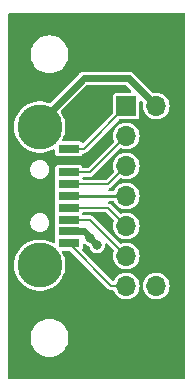
<source format=gtl>
G04 #@! TF.GenerationSoftware,KiCad,Pcbnew,7.0.0-da2b9df05c~163~ubuntu22.04.1*
G04 #@! TF.CreationDate,2023-03-12T19:04:27+00:00*
G04 #@! TF.ProjectId,simpleadapter14m,73696d70-6c65-4616-9461-707465723134,rev?*
G04 #@! TF.SameCoordinates,Original*
G04 #@! TF.FileFunction,Copper,L1,Top*
G04 #@! TF.FilePolarity,Positive*
%FSLAX46Y46*%
G04 Gerber Fmt 4.6, Leading zero omitted, Abs format (unit mm)*
G04 Created by KiCad (PCBNEW 7.0.0-da2b9df05c~163~ubuntu22.04.1) date 2023-03-12 19:04:27*
%MOMM*%
%LPD*%
G01*
G04 APERTURE LIST*
G04 #@! TA.AperFunction,SMDPad,CuDef*
%ADD10R,1.800000X0.700000*%
G04 #@! TD*
G04 #@! TA.AperFunction,ComponentPad*
%ADD11C,3.800000*%
G04 #@! TD*
G04 #@! TA.AperFunction,ComponentPad*
%ADD12R,1.700000X1.700000*%
G04 #@! TD*
G04 #@! TA.AperFunction,ComponentPad*
%ADD13O,1.700000X1.700000*%
G04 #@! TD*
G04 #@! TA.AperFunction,ViaPad*
%ADD14C,0.800000*%
G04 #@! TD*
G04 #@! TA.AperFunction,Conductor*
%ADD15C,0.600000*%
G04 #@! TD*
G04 #@! TA.AperFunction,Conductor*
%ADD16C,0.200000*%
G04 #@! TD*
G04 #@! TA.AperFunction,Conductor*
%ADD17C,0.250000*%
G04 #@! TD*
G04 APERTURE END LIST*
D10*
X151626999Y-97599999D03*
X151626999Y-95599999D03*
X151626999Y-93599999D03*
X151626999Y-91599999D03*
X151626999Y-90599999D03*
X151626999Y-92599999D03*
X151626999Y-94599999D03*
X151626999Y-96599999D03*
X151626999Y-98599999D03*
D11*
X149177000Y-88750000D03*
X149177000Y-100450000D03*
D12*
X156499999Y-86979999D03*
D13*
X159039999Y-86979999D03*
X156499999Y-89519999D03*
X159039999Y-89519999D03*
X156499999Y-92059999D03*
X159039999Y-92059999D03*
X156499999Y-94599999D03*
X159039999Y-94599999D03*
X156499999Y-97139999D03*
X159039999Y-97139999D03*
X156499999Y-99679999D03*
X159039999Y-99679999D03*
X156499999Y-102219999D03*
X159039999Y-102219999D03*
D14*
X153400000Y-98140000D03*
X154050000Y-98750002D03*
X154110000Y-87760000D03*
X153800000Y-90920000D03*
X154600000Y-90140000D03*
X154100000Y-86750000D03*
D15*
X153400000Y-98140000D02*
X153439998Y-98140000D01*
X153400000Y-98100000D02*
X153400000Y-98140000D01*
X152900000Y-97600000D02*
X153400000Y-98100000D01*
X151627000Y-97600000D02*
X152900000Y-97600000D01*
X153439998Y-98140000D02*
X154050000Y-98750002D01*
D16*
X151627000Y-95600000D02*
X154960000Y-95600000D01*
X154960000Y-95600000D02*
X156500000Y-97140000D01*
X151627000Y-93600000D02*
X154960000Y-93600000D01*
X154960000Y-93600000D02*
X156500000Y-92060000D01*
X151627000Y-90600000D02*
X152880000Y-90600000D01*
X152880000Y-90600000D02*
X156500000Y-86980000D01*
X151627000Y-92600000D02*
X153420000Y-92600000D01*
X153420000Y-92600000D02*
X156500000Y-89520000D01*
D17*
X151627000Y-94600000D02*
X156500000Y-94600000D01*
D16*
X153420000Y-96600000D02*
X156500000Y-99680000D01*
X151627000Y-96600000D02*
X153420000Y-96600000D01*
X155247000Y-102220000D02*
X156500000Y-102220000D01*
X151627000Y-98600000D02*
X155247000Y-102220000D01*
D15*
X149177000Y-88384000D02*
X152931000Y-84630000D01*
X152931000Y-84630000D02*
X156690000Y-84630000D01*
X156690000Y-84630000D02*
X159040000Y-86980000D01*
G04 #@! TA.AperFunction,Conductor*
G36*
X156449782Y-85209939D02*
G01*
X156490010Y-85236819D01*
X156901010Y-85647819D01*
X156931260Y-85697182D01*
X156935802Y-85754898D01*
X156913647Y-85808385D01*
X156869624Y-85845985D01*
X156813329Y-85859500D01*
X155623360Y-85859500D01*
X155617385Y-85860688D01*
X155617379Y-85860689D01*
X155556434Y-85872812D01*
X155556432Y-85872812D01*
X155544456Y-85875195D01*
X155534305Y-85881977D01*
X155534302Y-85881979D01*
X155465134Y-85928196D01*
X155465131Y-85928198D01*
X155454981Y-85934981D01*
X155448198Y-85945131D01*
X155448196Y-85945134D01*
X155401979Y-86014302D01*
X155401977Y-86014305D01*
X155395195Y-86024456D01*
X155392812Y-86036432D01*
X155392812Y-86036434D01*
X155380689Y-86097379D01*
X155380688Y-86097385D01*
X155379500Y-86103360D01*
X155379500Y-86109456D01*
X155379500Y-87525171D01*
X155370061Y-87572624D01*
X155343181Y-87612852D01*
X152897532Y-90058501D01*
X152841945Y-90090595D01*
X152777757Y-90090595D01*
X152725753Y-90060569D01*
X152722019Y-90054981D01*
X152683938Y-90029536D01*
X152642697Y-90001979D01*
X152642696Y-90001978D01*
X152632544Y-89995195D01*
X152620566Y-89992812D01*
X152620565Y-89992812D01*
X152559620Y-89980689D01*
X152559615Y-89980688D01*
X152553640Y-89979500D01*
X152547544Y-89979500D01*
X151188407Y-89979500D01*
X151127633Y-89963586D01*
X151082459Y-89919928D01*
X151064479Y-89859734D01*
X151078309Y-89798452D01*
X151118407Y-89721065D01*
X151172459Y-89616750D01*
X151271896Y-89336962D01*
X151332309Y-89046240D01*
X151352572Y-88750000D01*
X151332309Y-88453760D01*
X151271896Y-88163038D01*
X151172459Y-87883250D01*
X151035851Y-87619608D01*
X150977056Y-87536314D01*
X150955716Y-87483090D01*
X150960606Y-87425953D01*
X150990678Y-87377129D01*
X153130989Y-85236819D01*
X153171218Y-85209939D01*
X153218671Y-85200500D01*
X156402329Y-85200500D01*
X156449782Y-85209939D01*
G37*
G04 #@! TD.AperFunction*
G04 #@! TA.AperFunction,Conductor*
G36*
X161437500Y-79117113D02*
G01*
X161482887Y-79162500D01*
X161499500Y-79224500D01*
X161499500Y-109975500D01*
X161482887Y-110037500D01*
X161437500Y-110082887D01*
X161375500Y-110099500D01*
X146624500Y-110099500D01*
X146562500Y-110082887D01*
X146517113Y-110037500D01*
X146500500Y-109975500D01*
X146500500Y-106600000D01*
X148394551Y-106600000D01*
X148414317Y-106851148D01*
X148415452Y-106855877D01*
X148415453Y-106855881D01*
X148471989Y-107091374D01*
X148471991Y-107091382D01*
X148473127Y-107096111D01*
X148569534Y-107328859D01*
X148572081Y-107333016D01*
X148572082Y-107333017D01*
X148698617Y-107539504D01*
X148698622Y-107539511D01*
X148701164Y-107543659D01*
X148704324Y-107547358D01*
X148704327Y-107547363D01*
X148861615Y-107731523D01*
X148864776Y-107735224D01*
X149056341Y-107898836D01*
X149060491Y-107901379D01*
X149060495Y-107901382D01*
X149172300Y-107969896D01*
X149271141Y-108030466D01*
X149503889Y-108126873D01*
X149748852Y-108185683D01*
X149937118Y-108200500D01*
X150060437Y-108200500D01*
X150062882Y-108200500D01*
X150251148Y-108185683D01*
X150496111Y-108126873D01*
X150728859Y-108030466D01*
X150943659Y-107898836D01*
X151135224Y-107735224D01*
X151298836Y-107543659D01*
X151430466Y-107328859D01*
X151526873Y-107096111D01*
X151585683Y-106851148D01*
X151605449Y-106600000D01*
X151585683Y-106348852D01*
X151526873Y-106103889D01*
X151430466Y-105871141D01*
X151298836Y-105656341D01*
X151135224Y-105464776D01*
X151131523Y-105461615D01*
X150947363Y-105304327D01*
X150947358Y-105304324D01*
X150943659Y-105301164D01*
X150939511Y-105298622D01*
X150939504Y-105298617D01*
X150733017Y-105172082D01*
X150733016Y-105172081D01*
X150728859Y-105169534D01*
X150496111Y-105073127D01*
X150491382Y-105071991D01*
X150491374Y-105071989D01*
X150255881Y-105015453D01*
X150255877Y-105015452D01*
X150251148Y-105014317D01*
X150246295Y-105013935D01*
X150065316Y-104999691D01*
X150065301Y-104999690D01*
X150062882Y-104999500D01*
X149937118Y-104999500D01*
X149934699Y-104999690D01*
X149934683Y-104999691D01*
X149753704Y-105013935D01*
X149753702Y-105013935D01*
X149748852Y-105014317D01*
X149744124Y-105015451D01*
X149744118Y-105015453D01*
X149508625Y-105071989D01*
X149508613Y-105071992D01*
X149503889Y-105073127D01*
X149499392Y-105074989D01*
X149499388Y-105074991D01*
X149275645Y-105167668D01*
X149275640Y-105167670D01*
X149271141Y-105169534D01*
X149266988Y-105172078D01*
X149266982Y-105172082D01*
X149060495Y-105298617D01*
X149060482Y-105298626D01*
X149056341Y-105301164D01*
X149052646Y-105304319D01*
X149052636Y-105304327D01*
X148868476Y-105461615D01*
X148868469Y-105461621D01*
X148864776Y-105464776D01*
X148861621Y-105468469D01*
X148861615Y-105468476D01*
X148704327Y-105652636D01*
X148704319Y-105652646D01*
X148701164Y-105656341D01*
X148698626Y-105660482D01*
X148698617Y-105660495D01*
X148572082Y-105866982D01*
X148572078Y-105866988D01*
X148569534Y-105871141D01*
X148473127Y-106103889D01*
X148471992Y-106108613D01*
X148471989Y-106108625D01*
X148415453Y-106344118D01*
X148415451Y-106344124D01*
X148414317Y-106348852D01*
X148394551Y-106600000D01*
X146500500Y-106600000D01*
X146500500Y-100450000D01*
X147001428Y-100450000D01*
X147001717Y-100454225D01*
X147017802Y-100689396D01*
X147021691Y-100746240D01*
X147022552Y-100750387D01*
X147022554Y-100750396D01*
X147032966Y-100800500D01*
X147082104Y-101036962D01*
X147083522Y-101040953D01*
X147083525Y-101040962D01*
X147180120Y-101312753D01*
X147181541Y-101316750D01*
X147183488Y-101320508D01*
X147183490Y-101320512D01*
X147254744Y-101458026D01*
X147318149Y-101580392D01*
X147320595Y-101583857D01*
X147486939Y-101819514D01*
X147486943Y-101819519D01*
X147489384Y-101822977D01*
X147692056Y-102039986D01*
X147922390Y-102227377D01*
X148176095Y-102381658D01*
X148323567Y-102445714D01*
X148444519Y-102498251D01*
X148448445Y-102499956D01*
X148640498Y-102553767D01*
X148730287Y-102578925D01*
X148730289Y-102578925D01*
X148734367Y-102580068D01*
X149028534Y-102620500D01*
X149321229Y-102620500D01*
X149325466Y-102620500D01*
X149619633Y-102580068D01*
X149905555Y-102499956D01*
X150177905Y-102381658D01*
X150431610Y-102227377D01*
X150661944Y-102039986D01*
X150864616Y-101822977D01*
X151035851Y-101580392D01*
X151172459Y-101316750D01*
X151271896Y-101036962D01*
X151332309Y-100746240D01*
X151352572Y-100450000D01*
X151332309Y-100153760D01*
X151271896Y-99863038D01*
X151172459Y-99583250D01*
X151078309Y-99401548D01*
X151064479Y-99340266D01*
X151082459Y-99280072D01*
X151127633Y-99236414D01*
X151188407Y-99220500D01*
X151672172Y-99220500D01*
X151719625Y-99229939D01*
X151759853Y-99256819D01*
X154948748Y-102445714D01*
X154964873Y-102465570D01*
X154965022Y-102465798D01*
X154965025Y-102465801D01*
X154970645Y-102474403D01*
X154995226Y-102493535D01*
X154999208Y-102496769D01*
X155003097Y-102500063D01*
X155006726Y-102503692D01*
X155023409Y-102515604D01*
X155027477Y-102518637D01*
X155068223Y-102550351D01*
X155075643Y-102552898D01*
X155082028Y-102557457D01*
X155131525Y-102572192D01*
X155136324Y-102573730D01*
X155185174Y-102590500D01*
X155193020Y-102590500D01*
X155200538Y-102592738D01*
X155252084Y-102590605D01*
X155257208Y-102590500D01*
X155355983Y-102590500D01*
X155421260Y-102609073D01*
X155466983Y-102659228D01*
X155540696Y-102807264D01*
X155540698Y-102807268D01*
X155543251Y-102812394D01*
X155546701Y-102816962D01*
X155546705Y-102816969D01*
X155650389Y-102954269D01*
X155668393Y-102978110D01*
X155672627Y-102981970D01*
X155672630Y-102981973D01*
X155762054Y-103063493D01*
X155821855Y-103118009D01*
X155998411Y-103227327D01*
X156192047Y-103302342D01*
X156396170Y-103340500D01*
X156598101Y-103340500D01*
X156603830Y-103340500D01*
X156807953Y-103302342D01*
X157001589Y-103227327D01*
X157178145Y-103118009D01*
X157331607Y-102978110D01*
X157456749Y-102812394D01*
X157549311Y-102626505D01*
X157606140Y-102426773D01*
X157625300Y-102220000D01*
X157914700Y-102220000D01*
X157915229Y-102225709D01*
X157929679Y-102381658D01*
X157933860Y-102426773D01*
X157935429Y-102432287D01*
X157989119Y-102620990D01*
X157989122Y-102620998D01*
X157990689Y-102626505D01*
X157993241Y-102631630D01*
X157993243Y-102631635D01*
X158080696Y-102807264D01*
X158080698Y-102807268D01*
X158083251Y-102812394D01*
X158086701Y-102816962D01*
X158086705Y-102816969D01*
X158190389Y-102954269D01*
X158208393Y-102978110D01*
X158212627Y-102981970D01*
X158212630Y-102981973D01*
X158302054Y-103063493D01*
X158361855Y-103118009D01*
X158538411Y-103227327D01*
X158732047Y-103302342D01*
X158936170Y-103340500D01*
X159138101Y-103340500D01*
X159143830Y-103340500D01*
X159347953Y-103302342D01*
X159541589Y-103227327D01*
X159718145Y-103118009D01*
X159871607Y-102978110D01*
X159996749Y-102812394D01*
X160089311Y-102626505D01*
X160146140Y-102426773D01*
X160165300Y-102220000D01*
X160146140Y-102013227D01*
X160089311Y-101813495D01*
X159996749Y-101627606D01*
X159993296Y-101623034D01*
X159993294Y-101623030D01*
X159875063Y-101466467D01*
X159871607Y-101461890D01*
X159867371Y-101458029D01*
X159867369Y-101458026D01*
X159722379Y-101325851D01*
X159722380Y-101325851D01*
X159718145Y-101321991D01*
X159713276Y-101318976D01*
X159713273Y-101318974D01*
X159546463Y-101215691D01*
X159546464Y-101215691D01*
X159541589Y-101212673D01*
X159536246Y-101210603D01*
X159353300Y-101139729D01*
X159353295Y-101139727D01*
X159347953Y-101137658D01*
X159342315Y-101136604D01*
X159149459Y-101100552D01*
X159149456Y-101100551D01*
X159143830Y-101099500D01*
X158936170Y-101099500D01*
X158930544Y-101100551D01*
X158930540Y-101100552D01*
X158737684Y-101136604D01*
X158737681Y-101136604D01*
X158732047Y-101137658D01*
X158726707Y-101139726D01*
X158726699Y-101139729D01*
X158543753Y-101210603D01*
X158543748Y-101210605D01*
X158538411Y-101212673D01*
X158533539Y-101215689D01*
X158533536Y-101215691D01*
X158366726Y-101318974D01*
X158366718Y-101318979D01*
X158361855Y-101321991D01*
X158357624Y-101325847D01*
X158357620Y-101325851D01*
X158212630Y-101458026D01*
X158212622Y-101458034D01*
X158208393Y-101461890D01*
X158204939Y-101466462D01*
X158204936Y-101466467D01*
X158086705Y-101623030D01*
X158086697Y-101623041D01*
X158083251Y-101627606D01*
X158080701Y-101632726D01*
X158080696Y-101632735D01*
X157993243Y-101808364D01*
X157993239Y-101808372D01*
X157990689Y-101813495D01*
X157989123Y-101818998D01*
X157989119Y-101819009D01*
X157935429Y-102007712D01*
X157933860Y-102013227D01*
X157914700Y-102220000D01*
X157625300Y-102220000D01*
X157606140Y-102013227D01*
X157549311Y-101813495D01*
X157456749Y-101627606D01*
X157453296Y-101623034D01*
X157453294Y-101623030D01*
X157335063Y-101466467D01*
X157331607Y-101461890D01*
X157327371Y-101458029D01*
X157327369Y-101458026D01*
X157182379Y-101325851D01*
X157182380Y-101325851D01*
X157178145Y-101321991D01*
X157173276Y-101318976D01*
X157173273Y-101318974D01*
X157006463Y-101215691D01*
X157006464Y-101215691D01*
X157001589Y-101212673D01*
X156996246Y-101210603D01*
X156813300Y-101139729D01*
X156813295Y-101139727D01*
X156807953Y-101137658D01*
X156802315Y-101136604D01*
X156609459Y-101100552D01*
X156609456Y-101100551D01*
X156603830Y-101099500D01*
X156396170Y-101099500D01*
X156390544Y-101100551D01*
X156390540Y-101100552D01*
X156197684Y-101136604D01*
X156197681Y-101136604D01*
X156192047Y-101137658D01*
X156186707Y-101139726D01*
X156186699Y-101139729D01*
X156003753Y-101210603D01*
X156003748Y-101210605D01*
X155998411Y-101212673D01*
X155993539Y-101215689D01*
X155993536Y-101215691D01*
X155826726Y-101318974D01*
X155826718Y-101318979D01*
X155821855Y-101321991D01*
X155817624Y-101325847D01*
X155817620Y-101325851D01*
X155672630Y-101458026D01*
X155672622Y-101458034D01*
X155668393Y-101461890D01*
X155664939Y-101466462D01*
X155664936Y-101466467D01*
X155546705Y-101623030D01*
X155546697Y-101623041D01*
X155543251Y-101627606D01*
X155540699Y-101632730D01*
X155540699Y-101632731D01*
X155498843Y-101716788D01*
X155461421Y-101761326D01*
X155407806Y-101783898D01*
X155349797Y-101779534D01*
X155300164Y-101749197D01*
X152783548Y-99232582D01*
X152753810Y-99184759D01*
X152748291Y-99128713D01*
X152768128Y-99076011D01*
X152781805Y-99055544D01*
X152797500Y-98976640D01*
X152797500Y-98777528D01*
X152810343Y-98722572D01*
X152846212Y-98679000D01*
X152897676Y-98655838D01*
X152954076Y-98657883D01*
X153003727Y-98684713D01*
X153010696Y-98690887D01*
X153010700Y-98690890D01*
X153016315Y-98695864D01*
X153160491Y-98771533D01*
X153265252Y-98797353D01*
X153323258Y-98830069D01*
X153368885Y-98875696D01*
X153397146Y-98919406D01*
X153449279Y-99056870D01*
X153451941Y-99063888D01*
X153456204Y-99070064D01*
X153515138Y-99155446D01*
X153544437Y-99197892D01*
X153666315Y-99305866D01*
X153810491Y-99381535D01*
X153968587Y-99420502D01*
X154123913Y-99420502D01*
X154131413Y-99420502D01*
X154289509Y-99381535D01*
X154433685Y-99305866D01*
X154555563Y-99197892D01*
X154648059Y-99063888D01*
X154705798Y-98911642D01*
X154725425Y-98750002D01*
X154724429Y-98741800D01*
X154724521Y-98741080D01*
X154724521Y-98735055D01*
X154725289Y-98735055D01*
X154732122Y-98681485D01*
X154767564Y-98632078D01*
X154822232Y-98605460D01*
X154882982Y-98608030D01*
X154935206Y-98639172D01*
X155427147Y-99131113D01*
X155453657Y-99170457D01*
X155463451Y-99216877D01*
X155455097Y-99263577D01*
X155453238Y-99268374D01*
X155450689Y-99273495D01*
X155449122Y-99279001D01*
X155449119Y-99279010D01*
X155395429Y-99467712D01*
X155393860Y-99473227D01*
X155374700Y-99680000D01*
X155393860Y-99886773D01*
X155395429Y-99892287D01*
X155449119Y-100080990D01*
X155449122Y-100080998D01*
X155450689Y-100086505D01*
X155453241Y-100091630D01*
X155453243Y-100091635D01*
X155540696Y-100267264D01*
X155540698Y-100267268D01*
X155543251Y-100272394D01*
X155546701Y-100276962D01*
X155546705Y-100276969D01*
X155650389Y-100414269D01*
X155668393Y-100438110D01*
X155672627Y-100441970D01*
X155672630Y-100441973D01*
X155686070Y-100454225D01*
X155821855Y-100578009D01*
X155998411Y-100687327D01*
X156192047Y-100762342D01*
X156396170Y-100800500D01*
X156598101Y-100800500D01*
X156603830Y-100800500D01*
X156807953Y-100762342D01*
X157001589Y-100687327D01*
X157178145Y-100578009D01*
X157331607Y-100438110D01*
X157456749Y-100272394D01*
X157549311Y-100086505D01*
X157606140Y-99886773D01*
X157625300Y-99680000D01*
X157606140Y-99473227D01*
X157549311Y-99273495D01*
X157456749Y-99087606D01*
X157453296Y-99083034D01*
X157453294Y-99083030D01*
X157372952Y-98976640D01*
X157331607Y-98921890D01*
X157327371Y-98918029D01*
X157327369Y-98918026D01*
X157182379Y-98785851D01*
X157182380Y-98785851D01*
X157178145Y-98781991D01*
X157173276Y-98778976D01*
X157173273Y-98778974D01*
X157015821Y-98681485D01*
X157001589Y-98672673D01*
X156995766Y-98670417D01*
X156813300Y-98599729D01*
X156813295Y-98599727D01*
X156807953Y-98597658D01*
X156802315Y-98596604D01*
X156609459Y-98560552D01*
X156609456Y-98560551D01*
X156603830Y-98559500D01*
X156396170Y-98559500D01*
X156390544Y-98560551D01*
X156390540Y-98560552D01*
X156197684Y-98596604D01*
X156197681Y-98596604D01*
X156192047Y-98597658D01*
X156186708Y-98599726D01*
X156186695Y-98599730D01*
X156086889Y-98638395D01*
X156040186Y-98646753D01*
X155993762Y-98636960D01*
X155954415Y-98610449D01*
X153718249Y-96374283D01*
X153702120Y-96354421D01*
X153701973Y-96354196D01*
X153701972Y-96354195D01*
X153696355Y-96345597D01*
X153688251Y-96339289D01*
X153688249Y-96339287D01*
X153671773Y-96326464D01*
X153667793Y-96323232D01*
X153663903Y-96319937D01*
X153660274Y-96316308D01*
X153656100Y-96313328D01*
X153656091Y-96313320D01*
X153643619Y-96304415D01*
X153639515Y-96301355D01*
X153606887Y-96275960D01*
X153606881Y-96275957D01*
X153598777Y-96269649D01*
X153591356Y-96267101D01*
X153584972Y-96262543D01*
X153535510Y-96247817D01*
X153530655Y-96246262D01*
X153481826Y-96229500D01*
X153473980Y-96229500D01*
X153466462Y-96227262D01*
X153456199Y-96227686D01*
X153456196Y-96227686D01*
X153414916Y-96229394D01*
X153409792Y-96229500D01*
X152897306Y-96229500D01*
X152849850Y-96220060D01*
X152809619Y-96193176D01*
X152783811Y-96154544D01*
X152781805Y-96144456D01*
X152779049Y-96140332D01*
X152771028Y-96099991D01*
X152779051Y-96059664D01*
X152781805Y-96055544D01*
X152783813Y-96045447D01*
X152809627Y-96006817D01*
X152849855Y-95979938D01*
X152897306Y-95970500D01*
X154755172Y-95970500D01*
X154802625Y-95979939D01*
X154842853Y-96006819D01*
X155427147Y-96591113D01*
X155453657Y-96630457D01*
X155463451Y-96676877D01*
X155455097Y-96723577D01*
X155453238Y-96728374D01*
X155450689Y-96733495D01*
X155449122Y-96739001D01*
X155449119Y-96739010D01*
X155419510Y-96843077D01*
X155393860Y-96933227D01*
X155393331Y-96938932D01*
X155393331Y-96938934D01*
X155382803Y-97052549D01*
X155374700Y-97140000D01*
X155393860Y-97346773D01*
X155395429Y-97352287D01*
X155449119Y-97540990D01*
X155449122Y-97540998D01*
X155450689Y-97546505D01*
X155453241Y-97551630D01*
X155453243Y-97551635D01*
X155540696Y-97727264D01*
X155540698Y-97727268D01*
X155543251Y-97732394D01*
X155546701Y-97736962D01*
X155546705Y-97736969D01*
X155650389Y-97874269D01*
X155668393Y-97898110D01*
X155672627Y-97901970D01*
X155672630Y-97901973D01*
X155704524Y-97931048D01*
X155821855Y-98038009D01*
X155998411Y-98147327D01*
X156192047Y-98222342D01*
X156396170Y-98260500D01*
X156598101Y-98260500D01*
X156603830Y-98260500D01*
X156807953Y-98222342D01*
X157001589Y-98147327D01*
X157178145Y-98038009D01*
X157331607Y-97898110D01*
X157456749Y-97732394D01*
X157549311Y-97546505D01*
X157606140Y-97346773D01*
X157625300Y-97140000D01*
X157606140Y-96933227D01*
X157549311Y-96733495D01*
X157456749Y-96547606D01*
X157453296Y-96543034D01*
X157453294Y-96543030D01*
X157335063Y-96386467D01*
X157331607Y-96381890D01*
X157327371Y-96378029D01*
X157327369Y-96378026D01*
X157182379Y-96245851D01*
X157182380Y-96245851D01*
X157178145Y-96241991D01*
X157173276Y-96238976D01*
X157173273Y-96238974D01*
X157034325Y-96152942D01*
X157001589Y-96132673D01*
X156996246Y-96130603D01*
X156813300Y-96059729D01*
X156813295Y-96059727D01*
X156807953Y-96057658D01*
X156802315Y-96056604D01*
X156609459Y-96020552D01*
X156609456Y-96020551D01*
X156603830Y-96019500D01*
X156396170Y-96019500D01*
X156390544Y-96020551D01*
X156390540Y-96020552D01*
X156197684Y-96056604D01*
X156197681Y-96056604D01*
X156192047Y-96057658D01*
X156186708Y-96059726D01*
X156186695Y-96059730D01*
X156086889Y-96098395D01*
X156040186Y-96106753D01*
X155993762Y-96096960D01*
X155954415Y-96070449D01*
X155258249Y-95374283D01*
X155242120Y-95354421D01*
X155241973Y-95354196D01*
X155241972Y-95354195D01*
X155236355Y-95345597D01*
X155228251Y-95339289D01*
X155228249Y-95339287D01*
X155211773Y-95326464D01*
X155207793Y-95323232D01*
X155203903Y-95319937D01*
X155200274Y-95316308D01*
X155196100Y-95313328D01*
X155196091Y-95313320D01*
X155183619Y-95304415D01*
X155179515Y-95301355D01*
X155146887Y-95275960D01*
X155146881Y-95275957D01*
X155138777Y-95269649D01*
X155131356Y-95267101D01*
X155124972Y-95262543D01*
X155075510Y-95247817D01*
X155070635Y-95246255D01*
X155043038Y-95236781D01*
X154986719Y-95197270D01*
X154960130Y-95133820D01*
X154971453Y-95065963D01*
X155017204Y-95014584D01*
X155083300Y-94995500D01*
X155368432Y-94995500D01*
X155433710Y-95014073D01*
X155479432Y-95064229D01*
X155540694Y-95187260D01*
X155540696Y-95187264D01*
X155543251Y-95192394D01*
X155546701Y-95196962D01*
X155546705Y-95196969D01*
X155644495Y-95326464D01*
X155668393Y-95358110D01*
X155672627Y-95361970D01*
X155672630Y-95361973D01*
X155676158Y-95365189D01*
X155821855Y-95498009D01*
X155998411Y-95607327D01*
X156192047Y-95682342D01*
X156396170Y-95720500D01*
X156598101Y-95720500D01*
X156603830Y-95720500D01*
X156807953Y-95682342D01*
X157001589Y-95607327D01*
X157178145Y-95498009D01*
X157331607Y-95358110D01*
X157456749Y-95192394D01*
X157549311Y-95006505D01*
X157606140Y-94806773D01*
X157625300Y-94600000D01*
X157606140Y-94393227D01*
X157549311Y-94193495D01*
X157456749Y-94007606D01*
X157453296Y-94003034D01*
X157453294Y-94003030D01*
X157335063Y-93846467D01*
X157331607Y-93841890D01*
X157327371Y-93838029D01*
X157327369Y-93838026D01*
X157182379Y-93705851D01*
X157182380Y-93705851D01*
X157178145Y-93701991D01*
X157173276Y-93698976D01*
X157173273Y-93698974D01*
X157006463Y-93595691D01*
X157006464Y-93595691D01*
X157001589Y-93592673D01*
X156996246Y-93590603D01*
X156813300Y-93519729D01*
X156813295Y-93519727D01*
X156807953Y-93517658D01*
X156802315Y-93516604D01*
X156609459Y-93480552D01*
X156609456Y-93480551D01*
X156603830Y-93479500D01*
X156396170Y-93479500D01*
X156390544Y-93480551D01*
X156390540Y-93480552D01*
X156197684Y-93516604D01*
X156197681Y-93516604D01*
X156192047Y-93517658D01*
X156186707Y-93519726D01*
X156186699Y-93519729D01*
X156003753Y-93590603D01*
X156003748Y-93590605D01*
X155998411Y-93592673D01*
X155993539Y-93595689D01*
X155993536Y-93595691D01*
X155826726Y-93698974D01*
X155826718Y-93698979D01*
X155821855Y-93701991D01*
X155817624Y-93705847D01*
X155817620Y-93705851D01*
X155672630Y-93838026D01*
X155672622Y-93838034D01*
X155668393Y-93841890D01*
X155664939Y-93846462D01*
X155664936Y-93846467D01*
X155546705Y-94003030D01*
X155546697Y-94003041D01*
X155543251Y-94007606D01*
X155540699Y-94012730D01*
X155540694Y-94012739D01*
X155479432Y-94135771D01*
X155433710Y-94185927D01*
X155368432Y-94204500D01*
X155091100Y-94204500D01*
X155024140Y-94184867D01*
X154978385Y-94132184D01*
X154968322Y-94063135D01*
X154997139Y-93999584D01*
X155055711Y-93961657D01*
X155056979Y-93961279D01*
X155067179Y-93960008D01*
X155074227Y-93956562D01*
X155081965Y-93955271D01*
X155127377Y-93930693D01*
X155131850Y-93928390D01*
X155178265Y-93905701D01*
X155183813Y-93900152D01*
X155190712Y-93896419D01*
X155225690Y-93858421D01*
X155229192Y-93854772D01*
X155954419Y-93129545D01*
X155993764Y-93103037D01*
X156040188Y-93093244D01*
X156086885Y-93101601D01*
X156192047Y-93142342D01*
X156396170Y-93180500D01*
X156598101Y-93180500D01*
X156603830Y-93180500D01*
X156807953Y-93142342D01*
X157001589Y-93067327D01*
X157178145Y-92958009D01*
X157331607Y-92818110D01*
X157456749Y-92652394D01*
X157549311Y-92466505D01*
X157606140Y-92266773D01*
X157625300Y-92060000D01*
X157606140Y-91853227D01*
X157549311Y-91653495D01*
X157456749Y-91467606D01*
X157453296Y-91463034D01*
X157453294Y-91463030D01*
X157335063Y-91306467D01*
X157331607Y-91301890D01*
X157327371Y-91298029D01*
X157327369Y-91298026D01*
X157182379Y-91165851D01*
X157182380Y-91165851D01*
X157178145Y-91161991D01*
X157173276Y-91158976D01*
X157173273Y-91158974D01*
X157022630Y-91065701D01*
X157001589Y-91052673D01*
X156978079Y-91043565D01*
X156813300Y-90979729D01*
X156813295Y-90979727D01*
X156807953Y-90977658D01*
X156784175Y-90973213D01*
X156609459Y-90940552D01*
X156609456Y-90940551D01*
X156603830Y-90939500D01*
X156396170Y-90939500D01*
X156390544Y-90940551D01*
X156390540Y-90940552D01*
X156197684Y-90976604D01*
X156197681Y-90976604D01*
X156192047Y-90977658D01*
X156186707Y-90979726D01*
X156186699Y-90979729D01*
X156003753Y-91050603D01*
X156003748Y-91050605D01*
X155998411Y-91052673D01*
X155993539Y-91055689D01*
X155993536Y-91055691D01*
X155826726Y-91158974D01*
X155826718Y-91158979D01*
X155821855Y-91161991D01*
X155817624Y-91165847D01*
X155817620Y-91165851D01*
X155672630Y-91298026D01*
X155672622Y-91298034D01*
X155668393Y-91301890D01*
X155664939Y-91306462D01*
X155664936Y-91306467D01*
X155546705Y-91463030D01*
X155546697Y-91463041D01*
X155543251Y-91467606D01*
X155540701Y-91472726D01*
X155540696Y-91472735D01*
X155453243Y-91648364D01*
X155453239Y-91648372D01*
X155450689Y-91653495D01*
X155449123Y-91658998D01*
X155449119Y-91659009D01*
X155396824Y-91842809D01*
X155393860Y-91853227D01*
X155374700Y-92060000D01*
X155393860Y-92266773D01*
X155395429Y-92272287D01*
X155449117Y-92460982D01*
X155449119Y-92460987D01*
X155450689Y-92466505D01*
X155453247Y-92471643D01*
X155455094Y-92476409D01*
X155463452Y-92523113D01*
X155453659Y-92569536D01*
X155427148Y-92608884D01*
X154842853Y-93193181D01*
X154802625Y-93220061D01*
X154755172Y-93229500D01*
X152897306Y-93229500D01*
X152849852Y-93220061D01*
X152809623Y-93193180D01*
X152783812Y-93154549D01*
X152781805Y-93144456D01*
X152779050Y-93140333D01*
X152771028Y-93100000D01*
X152779050Y-93059666D01*
X152781805Y-93055544D01*
X152783812Y-93045450D01*
X152809623Y-93006820D01*
X152849852Y-92979939D01*
X152897306Y-92970500D01*
X153368711Y-92970500D01*
X153394156Y-92973138D01*
X153404478Y-92975303D01*
X153435401Y-92971448D01*
X153440490Y-92970920D01*
X153445559Y-92970500D01*
X153450701Y-92970500D01*
X153455768Y-92969654D01*
X153455770Y-92969654D01*
X153470879Y-92967132D01*
X153475947Y-92966393D01*
X153527179Y-92960008D01*
X153534227Y-92956562D01*
X153541965Y-92955271D01*
X153587377Y-92930693D01*
X153591850Y-92928390D01*
X153638265Y-92905701D01*
X153643813Y-92900152D01*
X153650712Y-92896419D01*
X153685690Y-92858421D01*
X153689192Y-92854772D01*
X155954419Y-90589545D01*
X155993764Y-90563037D01*
X156040188Y-90553244D01*
X156086885Y-90561601D01*
X156192047Y-90602342D01*
X156396170Y-90640500D01*
X156598101Y-90640500D01*
X156603830Y-90640500D01*
X156807953Y-90602342D01*
X157001589Y-90527327D01*
X157178145Y-90418009D01*
X157331607Y-90278110D01*
X157456749Y-90112394D01*
X157549311Y-89926505D01*
X157606140Y-89726773D01*
X157625300Y-89520000D01*
X157606140Y-89313227D01*
X157549311Y-89113495D01*
X157456749Y-88927606D01*
X157453296Y-88923034D01*
X157453294Y-88923030D01*
X157335063Y-88766467D01*
X157331607Y-88761890D01*
X157327371Y-88758029D01*
X157327369Y-88758026D01*
X157182379Y-88625851D01*
X157182380Y-88625851D01*
X157178145Y-88621991D01*
X157173276Y-88618976D01*
X157173273Y-88618974D01*
X157006463Y-88515691D01*
X157006464Y-88515691D01*
X157001589Y-88512673D01*
X156996246Y-88510603D01*
X156813300Y-88439729D01*
X156813295Y-88439727D01*
X156807953Y-88437658D01*
X156802315Y-88436604D01*
X156609459Y-88400552D01*
X156609456Y-88400551D01*
X156603830Y-88399500D01*
X156396170Y-88399500D01*
X156390544Y-88400551D01*
X156390540Y-88400552D01*
X156197684Y-88436604D01*
X156197681Y-88436604D01*
X156192047Y-88437658D01*
X156186707Y-88439726D01*
X156186699Y-88439729D01*
X156003753Y-88510603D01*
X156003748Y-88510605D01*
X155998411Y-88512673D01*
X155993539Y-88515689D01*
X155993536Y-88515691D01*
X155826726Y-88618974D01*
X155826718Y-88618979D01*
X155821855Y-88621991D01*
X155817624Y-88625847D01*
X155817620Y-88625851D01*
X155672630Y-88758026D01*
X155672622Y-88758034D01*
X155668393Y-88761890D01*
X155664939Y-88766462D01*
X155664936Y-88766467D01*
X155546705Y-88923030D01*
X155546697Y-88923041D01*
X155543251Y-88927606D01*
X155540701Y-88932726D01*
X155540696Y-88932735D01*
X155453243Y-89108364D01*
X155453239Y-89108372D01*
X155450689Y-89113495D01*
X155449123Y-89118998D01*
X155449119Y-89119009D01*
X155395429Y-89307712D01*
X155393860Y-89313227D01*
X155374700Y-89520000D01*
X155393860Y-89726773D01*
X155395429Y-89732287D01*
X155449117Y-89920982D01*
X155449119Y-89920987D01*
X155450689Y-89926505D01*
X155453247Y-89931643D01*
X155455094Y-89936409D01*
X155463452Y-89983113D01*
X155453659Y-90029536D01*
X155427148Y-90068884D01*
X153302853Y-92193181D01*
X153262625Y-92220061D01*
X153215172Y-92229500D01*
X152897306Y-92229500D01*
X152849853Y-92220061D01*
X152809624Y-92193180D01*
X152783812Y-92154550D01*
X152781805Y-92144456D01*
X152722019Y-92054981D01*
X152632544Y-91995195D01*
X152620566Y-91992812D01*
X152620565Y-91992812D01*
X152559620Y-91980689D01*
X152559615Y-91980688D01*
X152553640Y-91979500D01*
X150700360Y-91979500D01*
X150694385Y-91980688D01*
X150694379Y-91980689D01*
X150633434Y-91992812D01*
X150633432Y-91992812D01*
X150621456Y-91995195D01*
X150611305Y-92001977D01*
X150611302Y-92001979D01*
X150542134Y-92048196D01*
X150542131Y-92048198D01*
X150531981Y-92054981D01*
X150525198Y-92065131D01*
X150525196Y-92065134D01*
X150478979Y-92134302D01*
X150478977Y-92134305D01*
X150472195Y-92144456D01*
X150469812Y-92156432D01*
X150469812Y-92156434D01*
X150457689Y-92217379D01*
X150457688Y-92217385D01*
X150456500Y-92223360D01*
X150456500Y-92976640D01*
X150472195Y-93055544D01*
X150474948Y-93059665D01*
X150482971Y-93100000D01*
X150474948Y-93140334D01*
X150472195Y-93144456D01*
X150469813Y-93156430D01*
X150469812Y-93156433D01*
X150457689Y-93217379D01*
X150457688Y-93217385D01*
X150456500Y-93223360D01*
X150456500Y-93976640D01*
X150457688Y-93982615D01*
X150457689Y-93982620D01*
X150469812Y-94043566D01*
X150472195Y-94055544D01*
X150474948Y-94059664D01*
X150482971Y-94099997D01*
X150474949Y-94140334D01*
X150472195Y-94144456D01*
X150469813Y-94156430D01*
X150469812Y-94156433D01*
X150457689Y-94217379D01*
X150457688Y-94217385D01*
X150456500Y-94223360D01*
X150456500Y-94976640D01*
X150457688Y-94982615D01*
X150457689Y-94982620D01*
X150469812Y-95043566D01*
X150472195Y-95055544D01*
X150474948Y-95059665D01*
X150482971Y-95100000D01*
X150474948Y-95140334D01*
X150472195Y-95144456D01*
X150469813Y-95156430D01*
X150469812Y-95156433D01*
X150457689Y-95217379D01*
X150457688Y-95217385D01*
X150456500Y-95223360D01*
X150456500Y-95976640D01*
X150457688Y-95982615D01*
X150457689Y-95982620D01*
X150469812Y-96043566D01*
X150472195Y-96055544D01*
X150474948Y-96059665D01*
X150482971Y-96100000D01*
X150474948Y-96140334D01*
X150472195Y-96144456D01*
X150469813Y-96156430D01*
X150469812Y-96156433D01*
X150457689Y-96217379D01*
X150457688Y-96217385D01*
X150456500Y-96223360D01*
X150456500Y-96976640D01*
X150457688Y-96982615D01*
X150457689Y-96982620D01*
X150468272Y-97035824D01*
X150472195Y-97055544D01*
X150474948Y-97059664D01*
X150482971Y-97099997D01*
X150474949Y-97140333D01*
X150472195Y-97144456D01*
X150469813Y-97156430D01*
X150469812Y-97156433D01*
X150457689Y-97217379D01*
X150457688Y-97217385D01*
X150456500Y-97223360D01*
X150456500Y-97976640D01*
X150472195Y-98055544D01*
X150474948Y-98059664D01*
X150482971Y-98099997D01*
X150474949Y-98140334D01*
X150472195Y-98144456D01*
X150469813Y-98156430D01*
X150469812Y-98156433D01*
X150457689Y-98217379D01*
X150457688Y-98217385D01*
X150456500Y-98223360D01*
X150456500Y-98229456D01*
X150456500Y-98467226D01*
X150439533Y-98529836D01*
X150393274Y-98575312D01*
X150330383Y-98591208D01*
X150268074Y-98573174D01*
X150177905Y-98518342D01*
X150155983Y-98508820D01*
X149909436Y-98401729D01*
X149909426Y-98401725D01*
X149905555Y-98400044D01*
X149901483Y-98398903D01*
X149623712Y-98321074D01*
X149623699Y-98321071D01*
X149619633Y-98319932D01*
X149615446Y-98319356D01*
X149615434Y-98319354D01*
X149329663Y-98280076D01*
X149329650Y-98280075D01*
X149325466Y-98279500D01*
X149028534Y-98279500D01*
X149024350Y-98280075D01*
X149024336Y-98280076D01*
X148738565Y-98319354D01*
X148738550Y-98319356D01*
X148734367Y-98319932D01*
X148730303Y-98321070D01*
X148730287Y-98321074D01*
X148452516Y-98398903D01*
X148452511Y-98398904D01*
X148448445Y-98400044D01*
X148444578Y-98401723D01*
X148444563Y-98401729D01*
X148179978Y-98516655D01*
X148179973Y-98516657D01*
X148176095Y-98518342D01*
X148172484Y-98520537D01*
X148172476Y-98520542D01*
X147926016Y-98670417D01*
X147926005Y-98670424D01*
X147922390Y-98672623D01*
X147919100Y-98675299D01*
X147919098Y-98675301D01*
X147695341Y-98857341D01*
X147695337Y-98857344D01*
X147692056Y-98860014D01*
X147689177Y-98863096D01*
X147689168Y-98863105D01*
X147492272Y-99073930D01*
X147492267Y-99073935D01*
X147489384Y-99077023D01*
X147486948Y-99080473D01*
X147486939Y-99080485D01*
X147320595Y-99316142D01*
X147320591Y-99316147D01*
X147318149Y-99319608D01*
X147316203Y-99323362D01*
X147316199Y-99323370D01*
X147183490Y-99579487D01*
X147183485Y-99579496D01*
X147181541Y-99583250D01*
X147180124Y-99587235D01*
X147180120Y-99587246D01*
X147083525Y-99859037D01*
X147083521Y-99859049D01*
X147082104Y-99863038D01*
X147081241Y-99867188D01*
X147081240Y-99867194D01*
X147022554Y-100149603D01*
X147022552Y-100149614D01*
X147021691Y-100153760D01*
X147021402Y-100157984D01*
X147021401Y-100157992D01*
X147013927Y-100267264D01*
X147001428Y-100450000D01*
X146500500Y-100450000D01*
X146500500Y-96850000D01*
X148371435Y-96850000D01*
X148372215Y-96856923D01*
X148386377Y-96982620D01*
X148391632Y-97029255D01*
X148393928Y-97035819D01*
X148393930Y-97035824D01*
X148448913Y-97192956D01*
X148451211Y-97199522D01*
X148547184Y-97352262D01*
X148674738Y-97479816D01*
X148827478Y-97575789D01*
X148997745Y-97635368D01*
X149132046Y-97650500D01*
X149218470Y-97650500D01*
X149221954Y-97650500D01*
X149356255Y-97635368D01*
X149526522Y-97575789D01*
X149679262Y-97479816D01*
X149806816Y-97352262D01*
X149902789Y-97199522D01*
X149962368Y-97029255D01*
X149982565Y-96850000D01*
X149962368Y-96670745D01*
X149902789Y-96500478D01*
X149806816Y-96347738D01*
X149679262Y-96220184D01*
X149526522Y-96124211D01*
X149519959Y-96121914D01*
X149519956Y-96121913D01*
X149362825Y-96066931D01*
X149356255Y-96064632D01*
X149349333Y-96063852D01*
X149225418Y-96049890D01*
X149225412Y-96049889D01*
X149221954Y-96049500D01*
X149132046Y-96049500D01*
X149128588Y-96049889D01*
X149128581Y-96049890D01*
X149004666Y-96063852D01*
X149004664Y-96063852D01*
X148997745Y-96064632D01*
X148991176Y-96066930D01*
X148991174Y-96066931D01*
X148834043Y-96121913D01*
X148834036Y-96121915D01*
X148827478Y-96124211D01*
X148821590Y-96127910D01*
X148821587Y-96127912D01*
X148680638Y-96216476D01*
X148680633Y-96216479D01*
X148674738Y-96220184D01*
X148669813Y-96225108D01*
X148669809Y-96225112D01*
X148552112Y-96342809D01*
X148552108Y-96342813D01*
X148547184Y-96347738D01*
X148543479Y-96353633D01*
X148543476Y-96353638D01*
X148454912Y-96494587D01*
X148454910Y-96494590D01*
X148451211Y-96500478D01*
X148448915Y-96507036D01*
X148448913Y-96507043D01*
X148393930Y-96664175D01*
X148393928Y-96664182D01*
X148391632Y-96670745D01*
X148390852Y-96677662D01*
X148390852Y-96677665D01*
X148383940Y-96739010D01*
X148371435Y-96850000D01*
X146500500Y-96850000D01*
X146500500Y-92350000D01*
X148371435Y-92350000D01*
X148372215Y-92356923D01*
X148383939Y-92460982D01*
X148391632Y-92529255D01*
X148393928Y-92535819D01*
X148393930Y-92535824D01*
X148419495Y-92608884D01*
X148451211Y-92699522D01*
X148547184Y-92852262D01*
X148674738Y-92979816D01*
X148827478Y-93075789D01*
X148997745Y-93135368D01*
X149132046Y-93150500D01*
X149218470Y-93150500D01*
X149221954Y-93150500D01*
X149356255Y-93135368D01*
X149526522Y-93075789D01*
X149679262Y-92979816D01*
X149806816Y-92852262D01*
X149902789Y-92699522D01*
X149962368Y-92529255D01*
X149982565Y-92350000D01*
X149962368Y-92170745D01*
X149902789Y-92000478D01*
X149806816Y-91847738D01*
X149679262Y-91720184D01*
X149526522Y-91624211D01*
X149519959Y-91621914D01*
X149519956Y-91621913D01*
X149362825Y-91566931D01*
X149356255Y-91564632D01*
X149349333Y-91563852D01*
X149225418Y-91549890D01*
X149225412Y-91549889D01*
X149221954Y-91549500D01*
X149132046Y-91549500D01*
X149128588Y-91549889D01*
X149128581Y-91549890D01*
X149004666Y-91563852D01*
X149004664Y-91563852D01*
X148997745Y-91564632D01*
X148991176Y-91566930D01*
X148991174Y-91566931D01*
X148834043Y-91621913D01*
X148834036Y-91621915D01*
X148827478Y-91624211D01*
X148821590Y-91627910D01*
X148821587Y-91627912D01*
X148680638Y-91716476D01*
X148680633Y-91716479D01*
X148674738Y-91720184D01*
X148669813Y-91725108D01*
X148669809Y-91725112D01*
X148552112Y-91842809D01*
X148552108Y-91842813D01*
X148547184Y-91847738D01*
X148543479Y-91853633D01*
X148543476Y-91853638D01*
X148454912Y-91994587D01*
X148454910Y-91994590D01*
X148451211Y-92000478D01*
X148448915Y-92007036D01*
X148448913Y-92007043D01*
X148393930Y-92164175D01*
X148393928Y-92164182D01*
X148391632Y-92170745D01*
X148390852Y-92177662D01*
X148390852Y-92177665D01*
X148386075Y-92220061D01*
X148371435Y-92350000D01*
X146500500Y-92350000D01*
X146500500Y-88750000D01*
X147001428Y-88750000D01*
X147021691Y-89046240D01*
X147022552Y-89050387D01*
X147022554Y-89050396D01*
X147076026Y-89307712D01*
X147082104Y-89336962D01*
X147083522Y-89340953D01*
X147083525Y-89340962D01*
X147180120Y-89612753D01*
X147181541Y-89616750D01*
X147183488Y-89620508D01*
X147183490Y-89620512D01*
X147238550Y-89726773D01*
X147318149Y-89880392D01*
X147320595Y-89883857D01*
X147486939Y-90119514D01*
X147486943Y-90119519D01*
X147489384Y-90122977D01*
X147692056Y-90339986D01*
X147922390Y-90527377D01*
X148176095Y-90681658D01*
X148448445Y-90799956D01*
X148650509Y-90856572D01*
X148730287Y-90878925D01*
X148730289Y-90878925D01*
X148734367Y-90880068D01*
X149028534Y-90920500D01*
X149321229Y-90920500D01*
X149325466Y-90920500D01*
X149619633Y-90880068D01*
X149905555Y-90799956D01*
X150177905Y-90681658D01*
X150268074Y-90626825D01*
X150330383Y-90608792D01*
X150393274Y-90624688D01*
X150439533Y-90670164D01*
X150456500Y-90732774D01*
X150456500Y-90976640D01*
X150457688Y-90982615D01*
X150457689Y-90982620D01*
X150469812Y-91043565D01*
X150472195Y-91055544D01*
X150531981Y-91145019D01*
X150621456Y-91204805D01*
X150700360Y-91220500D01*
X152547544Y-91220500D01*
X152553640Y-91220500D01*
X152632544Y-91204805D01*
X152722019Y-91145019D01*
X152781805Y-91055544D01*
X152783538Y-91046831D01*
X152821427Y-90997627D01*
X152881233Y-90973214D01*
X152895434Y-90971444D01*
X152900490Y-90970920D01*
X152905559Y-90970500D01*
X152910701Y-90970500D01*
X152915768Y-90969654D01*
X152915770Y-90969654D01*
X152930879Y-90967132D01*
X152935947Y-90966393D01*
X152987179Y-90960008D01*
X152994227Y-90956562D01*
X153001965Y-90955271D01*
X153047377Y-90930693D01*
X153051850Y-90928390D01*
X153098265Y-90905701D01*
X153103813Y-90900152D01*
X153110712Y-90896419D01*
X153145690Y-90858421D01*
X153149192Y-90854772D01*
X155867146Y-88136819D01*
X155907375Y-88109939D01*
X155954828Y-88100500D01*
X157370544Y-88100500D01*
X157376640Y-88100500D01*
X157455544Y-88084805D01*
X157545019Y-88025019D01*
X157604805Y-87935544D01*
X157620500Y-87856640D01*
X157620500Y-86666671D01*
X157634015Y-86610376D01*
X157671615Y-86566353D01*
X157725102Y-86544198D01*
X157782818Y-86548740D01*
X157832181Y-86578990D01*
X157902834Y-86649643D01*
X157935168Y-86706139D01*
X157934536Y-86761712D01*
X157936482Y-86762076D01*
X157935427Y-86767718D01*
X157933860Y-86773227D01*
X157933331Y-86778928D01*
X157933331Y-86778932D01*
X157915588Y-86970417D01*
X157914700Y-86980000D01*
X157933860Y-87186773D01*
X157935429Y-87192287D01*
X157989119Y-87380990D01*
X157989122Y-87380998D01*
X157990689Y-87386505D01*
X157993241Y-87391630D01*
X157993243Y-87391635D01*
X158080696Y-87567264D01*
X158080698Y-87567268D01*
X158083251Y-87572394D01*
X158086701Y-87576962D01*
X158086705Y-87576969D01*
X158190389Y-87714269D01*
X158208393Y-87738110D01*
X158212627Y-87741970D01*
X158212630Y-87741973D01*
X158302054Y-87823493D01*
X158361855Y-87878009D01*
X158538411Y-87987327D01*
X158732047Y-88062342D01*
X158936170Y-88100500D01*
X159138101Y-88100500D01*
X159143830Y-88100500D01*
X159347953Y-88062342D01*
X159541589Y-87987327D01*
X159718145Y-87878009D01*
X159871607Y-87738110D01*
X159996749Y-87572394D01*
X160089311Y-87386505D01*
X160146140Y-87186773D01*
X160165300Y-86980000D01*
X160146140Y-86773227D01*
X160097714Y-86603028D01*
X160090880Y-86579009D01*
X160090879Y-86579007D01*
X160089311Y-86573495D01*
X159996749Y-86387606D01*
X159993296Y-86383034D01*
X159993294Y-86383030D01*
X159875063Y-86226467D01*
X159871607Y-86221890D01*
X159867371Y-86218029D01*
X159867369Y-86218026D01*
X159722379Y-86085851D01*
X159722380Y-86085851D01*
X159718145Y-86081991D01*
X159713276Y-86078976D01*
X159713273Y-86078974D01*
X159546463Y-85975691D01*
X159546464Y-85975691D01*
X159541589Y-85972673D01*
X159426781Y-85928196D01*
X159353300Y-85899729D01*
X159353295Y-85899727D01*
X159347953Y-85897658D01*
X159264080Y-85881979D01*
X159149459Y-85860552D01*
X159149456Y-85860551D01*
X159143830Y-85859500D01*
X158936170Y-85859500D01*
X158930547Y-85860551D01*
X158930537Y-85860552D01*
X158823607Y-85880541D01*
X158764143Y-85877103D01*
X158713142Y-85846333D01*
X157125596Y-84258787D01*
X157114900Y-84246591D01*
X157101832Y-84229560D01*
X157096886Y-84223114D01*
X157035114Y-84175716D01*
X157035113Y-84175715D01*
X156984161Y-84136617D01*
X156984157Y-84136615D01*
X156977712Y-84131669D01*
X156970203Y-84128558D01*
X156970202Y-84128558D01*
X156908321Y-84102926D01*
X156838931Y-84074184D01*
X156830875Y-84073123D01*
X156830870Y-84073122D01*
X156698059Y-84055637D01*
X156690000Y-84054576D01*
X156681941Y-84055637D01*
X156660659Y-84058439D01*
X156644473Y-84059500D01*
X152976527Y-84059500D01*
X152960341Y-84058439D01*
X152939059Y-84055637D01*
X152931000Y-84054576D01*
X152922941Y-84055637D01*
X152790129Y-84073122D01*
X152790122Y-84073123D01*
X152782069Y-84074184D01*
X152774559Y-84077294D01*
X152774558Y-84077295D01*
X152650797Y-84128558D01*
X152650792Y-84128560D01*
X152643288Y-84131669D01*
X152636843Y-84136613D01*
X152636840Y-84136616D01*
X152585885Y-84175716D01*
X152530559Y-84218168D01*
X152530556Y-84218170D01*
X152524114Y-84223114D01*
X152519169Y-84229557D01*
X152519166Y-84229561D01*
X152506093Y-84246597D01*
X152495401Y-84258788D01*
X150068824Y-86685365D01*
X150027943Y-86712513D01*
X149979732Y-86721676D01*
X149931742Y-86711418D01*
X149909442Y-86701731D01*
X149909424Y-86701724D01*
X149905555Y-86700044D01*
X149901483Y-86698903D01*
X149623712Y-86621074D01*
X149623699Y-86621071D01*
X149619633Y-86619932D01*
X149615446Y-86619356D01*
X149615434Y-86619354D01*
X149329663Y-86580076D01*
X149329650Y-86580075D01*
X149325466Y-86579500D01*
X149028534Y-86579500D01*
X149024350Y-86580075D01*
X149024336Y-86580076D01*
X148738565Y-86619354D01*
X148738550Y-86619356D01*
X148734367Y-86619932D01*
X148730303Y-86621070D01*
X148730287Y-86621074D01*
X148452516Y-86698903D01*
X148452511Y-86698904D01*
X148448445Y-86700044D01*
X148444578Y-86701723D01*
X148444563Y-86701729D01*
X148179978Y-86816655D01*
X148179973Y-86816657D01*
X148176095Y-86818342D01*
X148172484Y-86820537D01*
X148172476Y-86820542D01*
X147926016Y-86970417D01*
X147926005Y-86970424D01*
X147922390Y-86972623D01*
X147919100Y-86975299D01*
X147919098Y-86975301D01*
X147695341Y-87157341D01*
X147695337Y-87157344D01*
X147692056Y-87160014D01*
X147689177Y-87163096D01*
X147689168Y-87163105D01*
X147492272Y-87373930D01*
X147492267Y-87373935D01*
X147489384Y-87377023D01*
X147486948Y-87380473D01*
X147486939Y-87380485D01*
X147320595Y-87616142D01*
X147320591Y-87616147D01*
X147318149Y-87619608D01*
X147316203Y-87623362D01*
X147316199Y-87623370D01*
X147183490Y-87879487D01*
X147183485Y-87879496D01*
X147181541Y-87883250D01*
X147180124Y-87887235D01*
X147180120Y-87887246D01*
X147083525Y-88159037D01*
X147083521Y-88159049D01*
X147082104Y-88163038D01*
X147081241Y-88167188D01*
X147081240Y-88167194D01*
X147022554Y-88449603D01*
X147022552Y-88449614D01*
X147021691Y-88453760D01*
X147021402Y-88457984D01*
X147021401Y-88457992D01*
X147010390Y-88618974D01*
X147001428Y-88750000D01*
X146500500Y-88750000D01*
X146500500Y-82600000D01*
X148394551Y-82600000D01*
X148414317Y-82851148D01*
X148415452Y-82855877D01*
X148415453Y-82855881D01*
X148471989Y-83091374D01*
X148471991Y-83091382D01*
X148473127Y-83096111D01*
X148569534Y-83328859D01*
X148572081Y-83333016D01*
X148572082Y-83333017D01*
X148698617Y-83539504D01*
X148698622Y-83539511D01*
X148701164Y-83543659D01*
X148704324Y-83547358D01*
X148704327Y-83547363D01*
X148861615Y-83731523D01*
X148864776Y-83735224D01*
X149056341Y-83898836D01*
X149060491Y-83901379D01*
X149060495Y-83901382D01*
X149172300Y-83969896D01*
X149271141Y-84030466D01*
X149503889Y-84126873D01*
X149748852Y-84185683D01*
X149937118Y-84200500D01*
X150060437Y-84200500D01*
X150062882Y-84200500D01*
X150251148Y-84185683D01*
X150496111Y-84126873D01*
X150728859Y-84030466D01*
X150943659Y-83898836D01*
X151135224Y-83735224D01*
X151298836Y-83543659D01*
X151430466Y-83328859D01*
X151526873Y-83096111D01*
X151585683Y-82851148D01*
X151605449Y-82600000D01*
X151585683Y-82348852D01*
X151526873Y-82103889D01*
X151430466Y-81871141D01*
X151298836Y-81656341D01*
X151135224Y-81464776D01*
X151131523Y-81461615D01*
X150947363Y-81304327D01*
X150947358Y-81304324D01*
X150943659Y-81301164D01*
X150939511Y-81298622D01*
X150939504Y-81298617D01*
X150733017Y-81172082D01*
X150733016Y-81172081D01*
X150728859Y-81169534D01*
X150496111Y-81073127D01*
X150491382Y-81071991D01*
X150491374Y-81071989D01*
X150255881Y-81015453D01*
X150255877Y-81015452D01*
X150251148Y-81014317D01*
X150246295Y-81013935D01*
X150065316Y-80999691D01*
X150065301Y-80999690D01*
X150062882Y-80999500D01*
X149937118Y-80999500D01*
X149934699Y-80999690D01*
X149934683Y-80999691D01*
X149753704Y-81013935D01*
X149753702Y-81013935D01*
X149748852Y-81014317D01*
X149744124Y-81015451D01*
X149744118Y-81015453D01*
X149508625Y-81071989D01*
X149508613Y-81071992D01*
X149503889Y-81073127D01*
X149499392Y-81074989D01*
X149499388Y-81074991D01*
X149275645Y-81167668D01*
X149275640Y-81167670D01*
X149271141Y-81169534D01*
X149266988Y-81172078D01*
X149266982Y-81172082D01*
X149060495Y-81298617D01*
X149060482Y-81298626D01*
X149056341Y-81301164D01*
X149052646Y-81304319D01*
X149052636Y-81304327D01*
X148868476Y-81461615D01*
X148868469Y-81461621D01*
X148864776Y-81464776D01*
X148861621Y-81468469D01*
X148861615Y-81468476D01*
X148704327Y-81652636D01*
X148704319Y-81652646D01*
X148701164Y-81656341D01*
X148698626Y-81660482D01*
X148698617Y-81660495D01*
X148572082Y-81866982D01*
X148572078Y-81866988D01*
X148569534Y-81871141D01*
X148473127Y-82103889D01*
X148471992Y-82108613D01*
X148471989Y-82108625D01*
X148415453Y-82344118D01*
X148415451Y-82344124D01*
X148414317Y-82348852D01*
X148394551Y-82600000D01*
X146500500Y-82600000D01*
X146500500Y-79224500D01*
X146517113Y-79162500D01*
X146562500Y-79117113D01*
X146624500Y-79100500D01*
X161375500Y-79100500D01*
X161437500Y-79117113D01*
G37*
G04 #@! TD.AperFunction*
M02*

</source>
